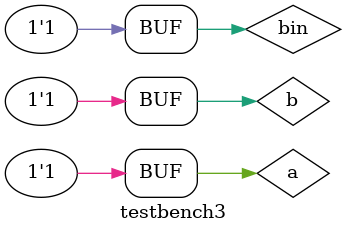
<source format=v>
`timescale 1ns / 1ps


module testbench3;
    reg a;
    reg b;
    reg bin;
    wire d;
    wire bout;
    
    fullsubtractor3 uut(
    .a(a),
    .b(b),
    .bin(bin),
    .d(d),
    .bout(bout)
    
    );
    
    initial
    begin
        
      a=0;b=0;bin=0;
      #100 a=0;b=0;bin=1;
      #100 a=0;b=1;bin=0;
      #100 a=0;b=1;bin=1;
      #100 a=1;b=0;bin=0;
      #100 a=1;b=0;bin=1;
      #100 a=1;b=1;bin=0;
      #100 a=1;b=1;bin=1;
      
      
       #500;
       
     end;
       
endmodule

</source>
